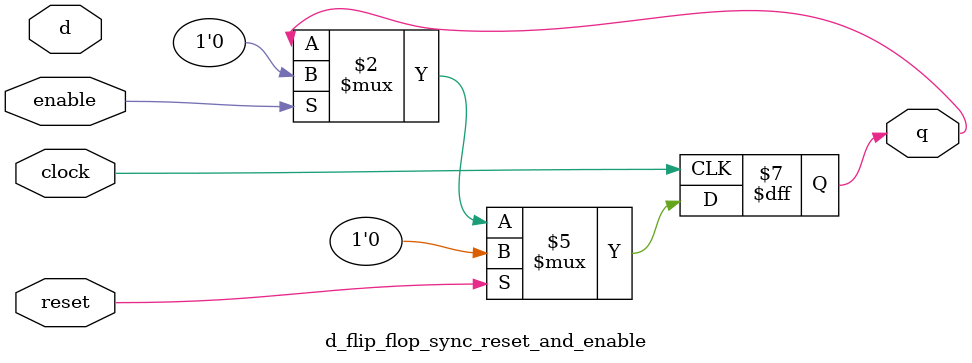
<source format=sv>
module d_flip_flop_sync_reset_and_enable
(
    input  clock,
    input  reset,
    input  enable,
    input  d,
    output logic q
);

    always_ff @ (posedge clock)
        if (reset)
            q <= 1'b0;
        else if (enable)
            q <= 1'b0;

endmodule

</source>
